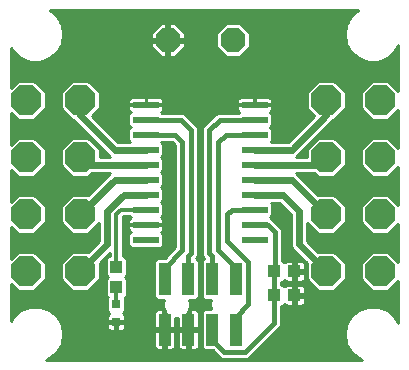
<source format=gtl>
G75*
%MOIN*%
%OFA0B0*%
%FSLAX25Y25*%
%IPPOS*%
%LPD*%
%AMOC8*
5,1,8,0,0,1.08239X$1,22.5*
%
%ADD10R,0.08661X0.02362*%
%ADD11R,0.04331X0.03937*%
%ADD12OC8,0.10000*%
%ADD13R,0.03150X0.03150*%
%ADD14R,0.03937X0.04331*%
%ADD15R,0.03937X0.10827*%
%ADD16OC8,0.08268*%
%ADD17C,0.01000*%
%ADD18C,0.03600*%
%ADD19C,0.01600*%
%ADD20C,0.02400*%
%ADD21C,0.01200*%
D10*
X0049140Y0043750D03*
X0049140Y0048750D03*
X0049140Y0053750D03*
X0049140Y0058750D03*
X0049140Y0063750D03*
X0049140Y0068750D03*
X0049140Y0073750D03*
X0049140Y0078750D03*
X0049140Y0083750D03*
X0049140Y0088750D03*
X0085360Y0088750D03*
X0085360Y0083750D03*
X0085360Y0078750D03*
X0085360Y0073750D03*
X0085360Y0068750D03*
X0085360Y0063750D03*
X0085360Y0058750D03*
X0085360Y0053750D03*
X0085360Y0048750D03*
X0085360Y0043750D03*
D11*
X0091904Y0033250D03*
X0098596Y0033250D03*
X0098596Y0025250D03*
X0091904Y0025250D03*
D12*
X0109250Y0033250D03*
X0127250Y0033250D03*
X0127250Y0052250D03*
X0109250Y0052250D03*
X0109250Y0071250D03*
X0127250Y0071250D03*
X0127250Y0090250D03*
X0109250Y0090250D03*
X0027250Y0090250D03*
X0009250Y0090250D03*
X0009250Y0071250D03*
X0027250Y0071250D03*
X0027250Y0052250D03*
X0009250Y0052250D03*
X0009250Y0033250D03*
X0027250Y0033250D03*
D13*
X0039250Y0022203D03*
X0039250Y0016297D03*
D14*
X0039250Y0027904D03*
X0039250Y0034596D03*
D15*
X0055439Y0030715D03*
X0063313Y0030715D03*
X0071187Y0030715D03*
X0079061Y0030715D03*
X0079061Y0013785D03*
X0071187Y0013785D03*
X0063313Y0013785D03*
X0055439Y0013785D03*
D16*
X0056423Y0110250D03*
X0078077Y0110250D03*
D17*
X0016921Y0004160D02*
X0015795Y0003750D01*
X0121205Y0003750D01*
X0120079Y0004160D01*
X0120079Y0004160D01*
X0117594Y0006245D01*
X0117594Y0006245D01*
X0115971Y0009055D01*
X0115971Y0009055D01*
X0115408Y0012250D01*
X0115408Y0012250D01*
X0115971Y0015445D01*
X0115971Y0015445D01*
X0117594Y0018255D01*
X0117594Y0018255D01*
X0120079Y0020340D01*
X0120079Y0020340D01*
X0123128Y0021450D01*
X0126372Y0021450D01*
X0129421Y0020340D01*
X0129421Y0020340D01*
X0131906Y0018255D01*
X0131906Y0018255D01*
X0133250Y0015928D01*
X0133250Y0030058D01*
X0129942Y0026750D01*
X0124558Y0026750D01*
X0120750Y0030558D01*
X0120750Y0035942D01*
X0124558Y0039750D01*
X0129942Y0039750D01*
X0133250Y0036442D01*
X0133250Y0049058D01*
X0129942Y0045750D01*
X0124558Y0045750D01*
X0120750Y0049558D01*
X0120750Y0054942D01*
X0124558Y0058750D01*
X0129942Y0058750D01*
X0133250Y0055442D01*
X0133250Y0068058D01*
X0129942Y0064750D01*
X0124558Y0064750D01*
X0120750Y0068558D01*
X0120750Y0073942D01*
X0124558Y0077750D01*
X0129942Y0077750D01*
X0133250Y0074442D01*
X0133250Y0087058D01*
X0129942Y0083750D01*
X0124558Y0083750D01*
X0120750Y0087558D01*
X0120750Y0092942D01*
X0124558Y0096750D01*
X0129942Y0096750D01*
X0133250Y0093442D01*
X0133250Y0108572D01*
X0131906Y0106245D01*
X0131906Y0106245D01*
X0129421Y0104160D01*
X0129421Y0104160D01*
X0126372Y0103050D01*
X0125537Y0103050D01*
X0123128Y0103050D01*
X0120079Y0104160D01*
X0120079Y0104160D01*
X0117594Y0106245D01*
X0117594Y0106245D01*
X0115971Y0109055D01*
X0115971Y0109055D01*
X0115408Y0112250D01*
X0115408Y0112250D01*
X0115971Y0115445D01*
X0115971Y0115445D01*
X0117594Y0118255D01*
X0117594Y0118255D01*
X0119971Y0120250D01*
X0017029Y0120250D01*
X0019406Y0118255D01*
X0019406Y0118255D01*
X0021029Y0115445D01*
X0021029Y0115445D01*
X0021592Y0112250D01*
X0021592Y0112250D01*
X0021029Y0109055D01*
X0021029Y0109055D01*
X0019406Y0106245D01*
X0019406Y0106245D01*
X0016921Y0104160D01*
X0016921Y0104160D01*
X0013872Y0103050D01*
X0010628Y0103050D01*
X0007579Y0104160D01*
X0007579Y0104160D01*
X0005094Y0106245D01*
X0004250Y0107706D01*
X0004250Y0094442D01*
X0006558Y0096750D01*
X0011942Y0096750D01*
X0015750Y0092942D01*
X0015750Y0087558D01*
X0011942Y0083750D01*
X0006558Y0083750D01*
X0004250Y0086058D01*
X0004250Y0075442D01*
X0006558Y0077750D01*
X0011942Y0077750D01*
X0015750Y0073942D01*
X0015750Y0068558D01*
X0011942Y0064750D01*
X0006558Y0064750D01*
X0004250Y0067058D01*
X0004250Y0056442D01*
X0006558Y0058750D01*
X0011942Y0058750D01*
X0015750Y0054942D01*
X0015750Y0049558D01*
X0011942Y0045750D01*
X0006558Y0045750D01*
X0004250Y0048058D01*
X0004250Y0037442D01*
X0006558Y0039750D01*
X0011942Y0039750D01*
X0015750Y0035942D01*
X0015750Y0030558D01*
X0011942Y0026750D01*
X0006558Y0026750D01*
X0004250Y0029058D01*
X0004250Y0016794D01*
X0005094Y0018255D01*
X0005094Y0018255D01*
X0007579Y0020340D01*
X0007579Y0020340D01*
X0010628Y0021450D01*
X0013872Y0021450D01*
X0016921Y0020340D01*
X0016921Y0020340D01*
X0019406Y0018255D01*
X0019406Y0018255D01*
X0021029Y0015445D01*
X0021029Y0015445D01*
X0021592Y0012250D01*
X0021592Y0012250D01*
X0021029Y0009055D01*
X0021029Y0009055D01*
X0019406Y0006245D01*
X0019406Y0006245D01*
X0016921Y0004160D01*
X0016921Y0004160D01*
X0017023Y0004246D02*
X0074002Y0004246D01*
X0074297Y0003950D02*
X0083203Y0003950D01*
X0092856Y0013604D01*
X0094204Y0014951D01*
X0094204Y0021781D01*
X0094690Y0021781D01*
X0095250Y0022341D01*
X0095510Y0022081D01*
X0095852Y0021884D01*
X0096234Y0021781D01*
X0098112Y0021781D01*
X0098112Y0024766D01*
X0099081Y0024766D01*
X0099081Y0025734D01*
X0102262Y0025734D01*
X0102262Y0027416D01*
X0102160Y0027797D01*
X0101962Y0028140D01*
X0101683Y0028419D01*
X0101341Y0028616D01*
X0100959Y0028718D01*
X0099081Y0028718D01*
X0099081Y0025734D01*
X0098112Y0025734D01*
X0098112Y0028718D01*
X0096234Y0028718D01*
X0095852Y0028616D01*
X0095510Y0028419D01*
X0095250Y0028159D01*
X0094690Y0028718D01*
X0094204Y0028718D01*
X0094204Y0029781D01*
X0094690Y0029781D01*
X0095250Y0030341D01*
X0095510Y0030081D01*
X0095852Y0029884D01*
X0096234Y0029781D01*
X0098112Y0029781D01*
X0098112Y0032766D01*
X0099081Y0032766D01*
X0099081Y0033734D01*
X0102262Y0033734D01*
X0102262Y0035416D01*
X0102160Y0035797D01*
X0101962Y0036140D01*
X0101683Y0036419D01*
X0101341Y0036616D01*
X0100959Y0036718D01*
X0099081Y0036718D01*
X0099081Y0033734D01*
X0098112Y0033734D01*
X0098112Y0036718D01*
X0096234Y0036718D01*
X0095852Y0036616D01*
X0095510Y0036419D01*
X0095250Y0036159D01*
X0094690Y0036718D01*
X0094550Y0036718D01*
X0094550Y0047203D01*
X0093203Y0048550D01*
X0090703Y0051050D01*
X0090693Y0051050D01*
X0090493Y0051250D01*
X0091191Y0051948D01*
X0091191Y0055552D01*
X0090693Y0056050D01*
X0093632Y0056050D01*
X0097550Y0052132D01*
X0097550Y0041713D01*
X0097961Y0040721D01*
X0102750Y0035932D01*
X0102750Y0030558D01*
X0106558Y0026750D01*
X0111942Y0026750D01*
X0115750Y0030558D01*
X0115750Y0035942D01*
X0111942Y0039750D01*
X0106568Y0039750D01*
X0102950Y0043368D01*
X0102950Y0049358D01*
X0106558Y0045750D01*
X0111942Y0045750D01*
X0115750Y0049558D01*
X0115750Y0054942D01*
X0111942Y0058750D01*
X0106568Y0058750D01*
X0099279Y0066039D01*
X0099253Y0066050D01*
X0105258Y0066050D01*
X0106558Y0064750D01*
X0111942Y0064750D01*
X0115750Y0068558D01*
X0115750Y0073942D01*
X0111942Y0077750D01*
X0106558Y0077750D01*
X0102750Y0073942D01*
X0102750Y0071450D01*
X0099253Y0071450D01*
X0099279Y0071461D01*
X0110779Y0082961D01*
X0111539Y0083721D01*
X0111551Y0083750D01*
X0111942Y0083750D01*
X0115750Y0087558D01*
X0115750Y0092942D01*
X0111942Y0096750D01*
X0106558Y0096750D01*
X0102750Y0092942D01*
X0102750Y0087558D01*
X0105245Y0085063D01*
X0096632Y0076450D01*
X0090693Y0076450D01*
X0091191Y0076948D01*
X0091191Y0080552D01*
X0090493Y0081250D01*
X0091191Y0081948D01*
X0091191Y0085552D01*
X0090462Y0086282D01*
X0090612Y0086369D01*
X0090891Y0086648D01*
X0091089Y0086990D01*
X0091191Y0087371D01*
X0091191Y0088659D01*
X0085451Y0088659D01*
X0085451Y0088841D01*
X0085270Y0088841D01*
X0085270Y0091431D01*
X0080832Y0091431D01*
X0080451Y0091329D01*
X0080109Y0091131D01*
X0079829Y0090852D01*
X0079632Y0090510D01*
X0079530Y0090129D01*
X0079530Y0088841D01*
X0085270Y0088841D01*
X0085270Y0088659D01*
X0079530Y0088659D01*
X0079530Y0087371D01*
X0079632Y0086990D01*
X0079829Y0086648D01*
X0080109Y0086369D01*
X0080259Y0086282D01*
X0080027Y0086050D01*
X0072797Y0086050D01*
X0069297Y0082550D01*
X0067950Y0081203D01*
X0067950Y0038297D01*
X0068619Y0037628D01*
X0068597Y0037628D01*
X0067719Y0036749D01*
X0067719Y0024680D01*
X0068597Y0023801D01*
X0070930Y0023801D01*
X0070656Y0023139D01*
X0070656Y0021361D01*
X0070930Y0020699D01*
X0068597Y0020699D01*
X0067719Y0019820D01*
X0067719Y0007751D01*
X0068597Y0006872D01*
X0071375Y0006872D01*
X0072950Y0005297D01*
X0074297Y0003950D01*
X0073003Y0005244D02*
X0018213Y0005244D01*
X0019403Y0006243D02*
X0072005Y0006243D01*
X0068228Y0007241D02*
X0066272Y0007241D01*
X0066203Y0007172D02*
X0066482Y0007451D01*
X0066679Y0007793D01*
X0066781Y0008175D01*
X0066781Y0013301D01*
X0063797Y0013301D01*
X0063797Y0006872D01*
X0065479Y0006872D01*
X0065860Y0006974D01*
X0066203Y0007172D01*
X0066781Y0008240D02*
X0067719Y0008240D01*
X0067719Y0009238D02*
X0066781Y0009238D01*
X0066781Y0010237D02*
X0067719Y0010237D01*
X0067719Y0011235D02*
X0066781Y0011235D01*
X0066781Y0012234D02*
X0067719Y0012234D01*
X0067719Y0013232D02*
X0066781Y0013232D01*
X0066781Y0014270D02*
X0066781Y0019396D01*
X0066679Y0019778D01*
X0066482Y0020120D01*
X0066203Y0020399D01*
X0065860Y0020597D01*
X0065479Y0020699D01*
X0063797Y0020699D01*
X0063797Y0014270D01*
X0062829Y0014270D01*
X0062829Y0019383D01*
X0063164Y0019719D01*
X0063844Y0021361D01*
X0063844Y0023139D01*
X0063570Y0023801D01*
X0065903Y0023801D01*
X0066781Y0024680D01*
X0066781Y0036749D01*
X0065903Y0037628D01*
X0065881Y0037628D01*
X0066550Y0038297D01*
X0066550Y0081203D01*
X0065203Y0082550D01*
X0061703Y0086050D01*
X0054473Y0086050D01*
X0054241Y0086282D01*
X0054391Y0086369D01*
X0054671Y0086648D01*
X0054868Y0086990D01*
X0054970Y0087371D01*
X0054970Y0088659D01*
X0049230Y0088659D01*
X0049230Y0088841D01*
X0049049Y0088841D01*
X0049049Y0091431D01*
X0044612Y0091431D01*
X0044230Y0091329D01*
X0043888Y0091131D01*
X0043609Y0090852D01*
X0043411Y0090510D01*
X0043309Y0090129D01*
X0043309Y0088841D01*
X0049049Y0088841D01*
X0049049Y0088659D01*
X0043309Y0088659D01*
X0043309Y0087371D01*
X0043411Y0086990D01*
X0043609Y0086648D01*
X0043888Y0086369D01*
X0044038Y0086282D01*
X0043309Y0085552D01*
X0043309Y0081948D01*
X0044007Y0081250D01*
X0043309Y0080552D01*
X0043309Y0076948D01*
X0043807Y0076450D01*
X0039868Y0076450D01*
X0031255Y0085063D01*
X0033750Y0087558D01*
X0033750Y0092942D01*
X0029942Y0096750D01*
X0024558Y0096750D01*
X0020750Y0092942D01*
X0020750Y0087558D01*
X0024558Y0083750D01*
X0024949Y0083750D01*
X0024961Y0083721D01*
X0037221Y0071461D01*
X0037247Y0071450D01*
X0033750Y0071450D01*
X0033750Y0073942D01*
X0029942Y0077750D01*
X0024558Y0077750D01*
X0020750Y0073942D01*
X0020750Y0068558D01*
X0024558Y0064750D01*
X0029942Y0064750D01*
X0031242Y0066050D01*
X0037247Y0066050D01*
X0037221Y0066039D01*
X0029932Y0058750D01*
X0024558Y0058750D01*
X0020750Y0054942D01*
X0020750Y0049558D01*
X0024558Y0045750D01*
X0029942Y0045750D01*
X0033550Y0049358D01*
X0033550Y0043368D01*
X0029932Y0039750D01*
X0024558Y0039750D01*
X0020750Y0035942D01*
X0020750Y0030558D01*
X0024558Y0026750D01*
X0029942Y0026750D01*
X0033750Y0030558D01*
X0033750Y0035932D01*
X0037150Y0039332D01*
X0037150Y0038262D01*
X0036660Y0038262D01*
X0035781Y0037383D01*
X0035781Y0031810D01*
X0036341Y0031250D01*
X0035781Y0030690D01*
X0035781Y0025117D01*
X0036337Y0024561D01*
X0036175Y0024399D01*
X0036175Y0020007D01*
X0036979Y0019202D01*
X0036754Y0019072D01*
X0036475Y0018793D01*
X0036277Y0018451D01*
X0036175Y0018070D01*
X0036175Y0016585D01*
X0038963Y0016585D01*
X0038963Y0016010D01*
X0039537Y0016010D01*
X0039537Y0013222D01*
X0041022Y0013222D01*
X0041404Y0013325D01*
X0041746Y0013522D01*
X0042025Y0013801D01*
X0042223Y0014143D01*
X0042325Y0014525D01*
X0042325Y0016010D01*
X0039537Y0016010D01*
X0039537Y0016585D01*
X0042325Y0016585D01*
X0042325Y0018070D01*
X0042223Y0018451D01*
X0042025Y0018793D01*
X0041746Y0019072D01*
X0041521Y0019202D01*
X0042325Y0020007D01*
X0042325Y0024399D01*
X0042163Y0024561D01*
X0042718Y0025117D01*
X0042718Y0030690D01*
X0042159Y0031250D01*
X0042718Y0031810D01*
X0042718Y0037383D01*
X0041840Y0038262D01*
X0041350Y0038262D01*
X0041350Y0051380D01*
X0041620Y0051650D01*
X0043607Y0051650D01*
X0044038Y0051218D01*
X0043888Y0051131D01*
X0043609Y0050852D01*
X0043411Y0050510D01*
X0043309Y0050129D01*
X0043309Y0048841D01*
X0049049Y0048841D01*
X0049049Y0048659D01*
X0043309Y0048659D01*
X0043309Y0047371D01*
X0043411Y0046990D01*
X0043609Y0046648D01*
X0043888Y0046369D01*
X0044038Y0046282D01*
X0043309Y0045552D01*
X0043309Y0041948D01*
X0044188Y0041069D01*
X0054092Y0041069D01*
X0054970Y0041948D01*
X0054970Y0045552D01*
X0054241Y0046282D01*
X0054391Y0046369D01*
X0054671Y0046648D01*
X0054868Y0046990D01*
X0054970Y0047371D01*
X0054970Y0048659D01*
X0049230Y0048659D01*
X0049230Y0048841D01*
X0054970Y0048841D01*
X0054970Y0050129D01*
X0054868Y0050510D01*
X0054671Y0050852D01*
X0054391Y0051131D01*
X0054241Y0051218D01*
X0054970Y0051948D01*
X0054970Y0055552D01*
X0054273Y0056250D01*
X0054970Y0056948D01*
X0054970Y0060552D01*
X0054273Y0061250D01*
X0054970Y0061948D01*
X0054970Y0065552D01*
X0054273Y0066250D01*
X0054970Y0066948D01*
X0054970Y0070552D01*
X0054273Y0071250D01*
X0054970Y0071948D01*
X0054970Y0075552D01*
X0054273Y0076250D01*
X0054473Y0076450D01*
X0057797Y0076450D01*
X0058950Y0075297D01*
X0058950Y0041203D01*
X0055375Y0037628D01*
X0052849Y0037628D01*
X0051970Y0036749D01*
X0051970Y0024680D01*
X0052849Y0023801D01*
X0055182Y0023801D01*
X0054907Y0023139D01*
X0054907Y0021361D01*
X0055588Y0019719D01*
X0055923Y0019383D01*
X0055923Y0014270D01*
X0054955Y0014270D01*
X0054955Y0020699D01*
X0053273Y0020699D01*
X0052891Y0020597D01*
X0052549Y0020399D01*
X0052270Y0020120D01*
X0052073Y0019778D01*
X0051970Y0019396D01*
X0051970Y0014270D01*
X0054955Y0014270D01*
X0054955Y0013301D01*
X0055923Y0013301D01*
X0055923Y0006872D01*
X0057605Y0006872D01*
X0057986Y0006974D01*
X0058328Y0007172D01*
X0058608Y0007451D01*
X0058805Y0007793D01*
X0058907Y0008175D01*
X0058907Y0013301D01*
X0055923Y0013301D01*
X0055923Y0014270D01*
X0058907Y0014270D01*
X0058907Y0017781D01*
X0059844Y0017781D01*
X0059844Y0014270D01*
X0062829Y0014270D01*
X0062829Y0013301D01*
X0063797Y0013301D01*
X0063797Y0014270D01*
X0066781Y0014270D01*
X0067719Y0014231D02*
X0063797Y0014231D01*
X0062829Y0014231D02*
X0055923Y0014231D01*
X0054955Y0014231D02*
X0042246Y0014231D01*
X0042325Y0015229D02*
X0051970Y0015229D01*
X0051970Y0016228D02*
X0039537Y0016228D01*
X0038963Y0016228D02*
X0020577Y0016228D01*
X0021067Y0015229D02*
X0036175Y0015229D01*
X0036175Y0014525D02*
X0036175Y0016010D01*
X0038963Y0016010D01*
X0038963Y0013222D01*
X0037478Y0013222D01*
X0037096Y0013325D01*
X0036754Y0013522D01*
X0036475Y0013801D01*
X0036277Y0014143D01*
X0036175Y0014525D01*
X0036254Y0014231D02*
X0021243Y0014231D01*
X0021419Y0013232D02*
X0037442Y0013232D01*
X0038963Y0013232D02*
X0039537Y0013232D01*
X0039537Y0014231D02*
X0038963Y0014231D01*
X0038963Y0015229D02*
X0039537Y0015229D01*
X0041058Y0013232D02*
X0051970Y0013232D01*
X0051970Y0013301D02*
X0051970Y0008175D01*
X0052073Y0007793D01*
X0052270Y0007451D01*
X0052549Y0007172D01*
X0052891Y0006974D01*
X0053273Y0006872D01*
X0054955Y0006872D01*
X0054955Y0013301D01*
X0051970Y0013301D01*
X0051970Y0012234D02*
X0021589Y0012234D01*
X0021413Y0011235D02*
X0051970Y0011235D01*
X0051970Y0010237D02*
X0021237Y0010237D01*
X0021061Y0009238D02*
X0051970Y0009238D01*
X0051970Y0008240D02*
X0020558Y0008240D01*
X0019981Y0007241D02*
X0052480Y0007241D01*
X0054955Y0007241D02*
X0055923Y0007241D01*
X0055923Y0008240D02*
X0054955Y0008240D01*
X0054955Y0009238D02*
X0055923Y0009238D01*
X0055923Y0010237D02*
X0054955Y0010237D01*
X0054955Y0011235D02*
X0055923Y0011235D01*
X0055923Y0012234D02*
X0054955Y0012234D01*
X0054955Y0013232D02*
X0055923Y0013232D01*
X0055923Y0015229D02*
X0054955Y0015229D01*
X0054955Y0016228D02*
X0055923Y0016228D01*
X0055923Y0017226D02*
X0054955Y0017226D01*
X0054955Y0018225D02*
X0055923Y0018225D01*
X0055923Y0019223D02*
X0054955Y0019223D01*
X0054955Y0020222D02*
X0055379Y0020222D01*
X0054966Y0021220D02*
X0042325Y0021220D01*
X0042325Y0020222D02*
X0052372Y0020222D01*
X0051970Y0019223D02*
X0041541Y0019223D01*
X0042283Y0018225D02*
X0051970Y0018225D01*
X0051970Y0017226D02*
X0042325Y0017226D01*
X0042325Y0022219D02*
X0054907Y0022219D01*
X0054940Y0023217D02*
X0042325Y0023217D01*
X0042325Y0024216D02*
X0052435Y0024216D01*
X0051970Y0025214D02*
X0042718Y0025214D01*
X0042718Y0026213D02*
X0051970Y0026213D01*
X0051970Y0027211D02*
X0042718Y0027211D01*
X0042718Y0028210D02*
X0051970Y0028210D01*
X0051970Y0029208D02*
X0042718Y0029208D01*
X0042718Y0030207D02*
X0051970Y0030207D01*
X0051970Y0031205D02*
X0042203Y0031205D01*
X0042718Y0032204D02*
X0051970Y0032204D01*
X0051970Y0033202D02*
X0042718Y0033202D01*
X0042718Y0034201D02*
X0051970Y0034201D01*
X0051970Y0035199D02*
X0042718Y0035199D01*
X0042718Y0036198D02*
X0051970Y0036198D01*
X0052418Y0037196D02*
X0042718Y0037196D01*
X0041907Y0038195D02*
X0055942Y0038195D01*
X0056941Y0039193D02*
X0041350Y0039193D01*
X0041350Y0040192D02*
X0057939Y0040192D01*
X0058938Y0041190D02*
X0054213Y0041190D01*
X0054970Y0042189D02*
X0058950Y0042189D01*
X0058950Y0043187D02*
X0054970Y0043187D01*
X0054970Y0044186D02*
X0058950Y0044186D01*
X0058950Y0045184D02*
X0054970Y0045184D01*
X0054340Y0046183D02*
X0058950Y0046183D01*
X0058950Y0047182D02*
X0054920Y0047182D01*
X0054970Y0048180D02*
X0058950Y0048180D01*
X0058950Y0049179D02*
X0054970Y0049179D01*
X0054957Y0050177D02*
X0058950Y0050177D01*
X0058950Y0051176D02*
X0054315Y0051176D01*
X0054970Y0052174D02*
X0058950Y0052174D01*
X0058950Y0053173D02*
X0054970Y0053173D01*
X0054970Y0054171D02*
X0058950Y0054171D01*
X0058950Y0055170D02*
X0054970Y0055170D01*
X0054355Y0056168D02*
X0058950Y0056168D01*
X0058950Y0057167D02*
X0054970Y0057167D01*
X0054970Y0058165D02*
X0058950Y0058165D01*
X0058950Y0059164D02*
X0054970Y0059164D01*
X0054970Y0060162D02*
X0058950Y0060162D01*
X0058950Y0061161D02*
X0054362Y0061161D01*
X0054970Y0062159D02*
X0058950Y0062159D01*
X0058950Y0063158D02*
X0054970Y0063158D01*
X0054970Y0064156D02*
X0058950Y0064156D01*
X0058950Y0065155D02*
X0054970Y0065155D01*
X0054370Y0066153D02*
X0058950Y0066153D01*
X0058950Y0067152D02*
X0054970Y0067152D01*
X0054970Y0068150D02*
X0058950Y0068150D01*
X0058950Y0069149D02*
X0054970Y0069149D01*
X0054970Y0070147D02*
X0058950Y0070147D01*
X0058950Y0071146D02*
X0054377Y0071146D01*
X0054970Y0072144D02*
X0058950Y0072144D01*
X0058950Y0073143D02*
X0054970Y0073143D01*
X0054970Y0074141D02*
X0058950Y0074141D01*
X0058950Y0075140D02*
X0054970Y0075140D01*
X0054385Y0076138D02*
X0058109Y0076138D01*
X0064625Y0083128D02*
X0069875Y0083128D01*
X0068877Y0082129D02*
X0065623Y0082129D01*
X0066550Y0081131D02*
X0067950Y0081131D01*
X0067950Y0080132D02*
X0066550Y0080132D01*
X0066550Y0079134D02*
X0067950Y0079134D01*
X0067950Y0078135D02*
X0066550Y0078135D01*
X0066550Y0077137D02*
X0067950Y0077137D01*
X0067950Y0076138D02*
X0066550Y0076138D01*
X0066550Y0075140D02*
X0067950Y0075140D01*
X0067950Y0074141D02*
X0066550Y0074141D01*
X0066550Y0073143D02*
X0067950Y0073143D01*
X0067950Y0072144D02*
X0066550Y0072144D01*
X0066550Y0071146D02*
X0067950Y0071146D01*
X0067950Y0070147D02*
X0066550Y0070147D01*
X0066550Y0069149D02*
X0067950Y0069149D01*
X0067950Y0068150D02*
X0066550Y0068150D01*
X0066550Y0067152D02*
X0067950Y0067152D01*
X0067950Y0066153D02*
X0066550Y0066153D01*
X0066550Y0065155D02*
X0067950Y0065155D01*
X0067950Y0064156D02*
X0066550Y0064156D01*
X0066550Y0063158D02*
X0067950Y0063158D01*
X0067950Y0062159D02*
X0066550Y0062159D01*
X0066550Y0061161D02*
X0067950Y0061161D01*
X0067950Y0060162D02*
X0066550Y0060162D01*
X0066550Y0059164D02*
X0067950Y0059164D01*
X0067950Y0058165D02*
X0066550Y0058165D01*
X0066550Y0057167D02*
X0067950Y0057167D01*
X0067950Y0056168D02*
X0066550Y0056168D01*
X0066550Y0055170D02*
X0067950Y0055170D01*
X0067950Y0054171D02*
X0066550Y0054171D01*
X0066550Y0053173D02*
X0067950Y0053173D01*
X0067950Y0052174D02*
X0066550Y0052174D01*
X0066550Y0051176D02*
X0067950Y0051176D01*
X0067950Y0050177D02*
X0066550Y0050177D01*
X0066550Y0049179D02*
X0067950Y0049179D01*
X0067950Y0048180D02*
X0066550Y0048180D01*
X0066550Y0047182D02*
X0067950Y0047182D01*
X0067950Y0046183D02*
X0066550Y0046183D01*
X0066550Y0045184D02*
X0067950Y0045184D01*
X0067950Y0044186D02*
X0066550Y0044186D01*
X0066550Y0043187D02*
X0067950Y0043187D01*
X0067950Y0042189D02*
X0066550Y0042189D01*
X0066550Y0041190D02*
X0067950Y0041190D01*
X0067950Y0040192D02*
X0066550Y0040192D01*
X0066550Y0039193D02*
X0067950Y0039193D01*
X0068052Y0038195D02*
X0066448Y0038195D01*
X0066334Y0037196D02*
X0068166Y0037196D01*
X0067719Y0036198D02*
X0066781Y0036198D01*
X0066781Y0035199D02*
X0067719Y0035199D01*
X0067719Y0034201D02*
X0066781Y0034201D01*
X0066781Y0033202D02*
X0067719Y0033202D01*
X0067719Y0032204D02*
X0066781Y0032204D01*
X0066781Y0031205D02*
X0067719Y0031205D01*
X0067719Y0030207D02*
X0066781Y0030207D01*
X0066781Y0029208D02*
X0067719Y0029208D01*
X0067719Y0028210D02*
X0066781Y0028210D01*
X0066781Y0027211D02*
X0067719Y0027211D01*
X0067719Y0026213D02*
X0066781Y0026213D01*
X0066781Y0025214D02*
X0067719Y0025214D01*
X0068183Y0024216D02*
X0066317Y0024216D01*
X0063812Y0023217D02*
X0070688Y0023217D01*
X0070656Y0022219D02*
X0063844Y0022219D01*
X0063786Y0021220D02*
X0070714Y0021220D01*
X0068120Y0020222D02*
X0066380Y0020222D01*
X0066781Y0019223D02*
X0067719Y0019223D01*
X0067719Y0018225D02*
X0066781Y0018225D01*
X0066781Y0017226D02*
X0067719Y0017226D01*
X0067719Y0016228D02*
X0066781Y0016228D01*
X0066781Y0015229D02*
X0067719Y0015229D01*
X0063797Y0015229D02*
X0062829Y0015229D01*
X0062829Y0016228D02*
X0063797Y0016228D01*
X0063797Y0017226D02*
X0062829Y0017226D01*
X0062829Y0018225D02*
X0063797Y0018225D01*
X0063797Y0019223D02*
X0062829Y0019223D01*
X0063373Y0020222D02*
X0063797Y0020222D01*
X0059844Y0017226D02*
X0058907Y0017226D01*
X0058907Y0016228D02*
X0059844Y0016228D01*
X0059844Y0015229D02*
X0058907Y0015229D01*
X0058907Y0013232D02*
X0059844Y0013232D01*
X0059844Y0013301D02*
X0059844Y0008175D01*
X0059947Y0007793D01*
X0060144Y0007451D01*
X0060423Y0007172D01*
X0060766Y0006974D01*
X0061147Y0006872D01*
X0062829Y0006872D01*
X0062829Y0013301D01*
X0059844Y0013301D01*
X0059844Y0012234D02*
X0058907Y0012234D01*
X0058907Y0011235D02*
X0059844Y0011235D01*
X0059844Y0010237D02*
X0058907Y0010237D01*
X0058907Y0009238D02*
X0059844Y0009238D01*
X0059844Y0008240D02*
X0058907Y0008240D01*
X0058398Y0007241D02*
X0060354Y0007241D01*
X0062829Y0007241D02*
X0063797Y0007241D01*
X0063797Y0008240D02*
X0062829Y0008240D01*
X0062829Y0009238D02*
X0063797Y0009238D01*
X0063797Y0010237D02*
X0062829Y0010237D01*
X0062829Y0011235D02*
X0063797Y0011235D01*
X0063797Y0012234D02*
X0062829Y0012234D01*
X0062829Y0013232D02*
X0063797Y0013232D01*
X0083498Y0004246D02*
X0119977Y0004246D01*
X0118787Y0005244D02*
X0084497Y0005244D01*
X0085495Y0006243D02*
X0117597Y0006243D01*
X0117019Y0007241D02*
X0086494Y0007241D01*
X0087492Y0008240D02*
X0116442Y0008240D01*
X0115939Y0009238D02*
X0088491Y0009238D01*
X0089489Y0010237D02*
X0115763Y0010237D01*
X0115587Y0011235D02*
X0090488Y0011235D01*
X0091486Y0012234D02*
X0115411Y0012234D01*
X0115581Y0013232D02*
X0092485Y0013232D01*
X0093483Y0014231D02*
X0115757Y0014231D01*
X0115933Y0015229D02*
X0094204Y0015229D01*
X0094204Y0016228D02*
X0116423Y0016228D01*
X0117000Y0017226D02*
X0094204Y0017226D01*
X0094204Y0018225D02*
X0117576Y0018225D01*
X0117594Y0018255D02*
X0117594Y0018255D01*
X0118748Y0019223D02*
X0094204Y0019223D01*
X0094204Y0020222D02*
X0119938Y0020222D01*
X0122497Y0021220D02*
X0094204Y0021220D01*
X0095127Y0022219D02*
X0095373Y0022219D01*
X0098112Y0022219D02*
X0099081Y0022219D01*
X0099081Y0021781D02*
X0100959Y0021781D01*
X0101341Y0021884D01*
X0101683Y0022081D01*
X0101962Y0022360D01*
X0102160Y0022703D01*
X0102262Y0023084D01*
X0102262Y0024766D01*
X0099081Y0024766D01*
X0099081Y0021781D01*
X0099081Y0023217D02*
X0098112Y0023217D01*
X0098112Y0024216D02*
X0099081Y0024216D01*
X0099081Y0025214D02*
X0133250Y0025214D01*
X0133250Y0024216D02*
X0102262Y0024216D01*
X0102262Y0023217D02*
X0133250Y0023217D01*
X0133250Y0022219D02*
X0101820Y0022219D01*
X0102262Y0026213D02*
X0133250Y0026213D01*
X0133250Y0027211D02*
X0130404Y0027211D01*
X0131402Y0028210D02*
X0133250Y0028210D01*
X0133250Y0029208D02*
X0132401Y0029208D01*
X0132496Y0037196D02*
X0133250Y0037196D01*
X0133250Y0038195D02*
X0131497Y0038195D01*
X0130499Y0039193D02*
X0133250Y0039193D01*
X0133250Y0040192D02*
X0106126Y0040192D01*
X0105128Y0041190D02*
X0133250Y0041190D01*
X0133250Y0042189D02*
X0104129Y0042189D01*
X0103131Y0043187D02*
X0133250Y0043187D01*
X0133250Y0044186D02*
X0102950Y0044186D01*
X0102950Y0045184D02*
X0133250Y0045184D01*
X0133250Y0046183D02*
X0130375Y0046183D01*
X0131374Y0047182D02*
X0133250Y0047182D01*
X0133250Y0048180D02*
X0132372Y0048180D01*
X0124125Y0046183D02*
X0112375Y0046183D01*
X0113374Y0047182D02*
X0123126Y0047182D01*
X0122128Y0048180D02*
X0114372Y0048180D01*
X0115371Y0049179D02*
X0121129Y0049179D01*
X0120750Y0050177D02*
X0115750Y0050177D01*
X0115750Y0051176D02*
X0120750Y0051176D01*
X0120750Y0052174D02*
X0115750Y0052174D01*
X0115750Y0053173D02*
X0120750Y0053173D01*
X0120750Y0054171D02*
X0115750Y0054171D01*
X0115523Y0055170D02*
X0120977Y0055170D01*
X0121976Y0056168D02*
X0114524Y0056168D01*
X0113526Y0057167D02*
X0122974Y0057167D01*
X0123973Y0058165D02*
X0112527Y0058165D01*
X0106155Y0059164D02*
X0133250Y0059164D01*
X0133250Y0060162D02*
X0105156Y0060162D01*
X0104158Y0061161D02*
X0133250Y0061161D01*
X0133250Y0062159D02*
X0103159Y0062159D01*
X0102161Y0063158D02*
X0133250Y0063158D01*
X0133250Y0064156D02*
X0101162Y0064156D01*
X0100164Y0065155D02*
X0106153Y0065155D01*
X0112347Y0065155D02*
X0124153Y0065155D01*
X0123154Y0066153D02*
X0113346Y0066153D01*
X0114344Y0067152D02*
X0122156Y0067152D01*
X0121157Y0068150D02*
X0115343Y0068150D01*
X0115750Y0069149D02*
X0120750Y0069149D01*
X0120750Y0070147D02*
X0115750Y0070147D01*
X0115750Y0071146D02*
X0120750Y0071146D01*
X0120750Y0072144D02*
X0115750Y0072144D01*
X0115750Y0073143D02*
X0120750Y0073143D01*
X0120949Y0074141D02*
X0115551Y0074141D01*
X0114553Y0075140D02*
X0121947Y0075140D01*
X0122946Y0076138D02*
X0113554Y0076138D01*
X0112555Y0077137D02*
X0123944Y0077137D01*
X0130555Y0077137D02*
X0133250Y0077137D01*
X0133250Y0078135D02*
X0105954Y0078135D01*
X0105944Y0077137D02*
X0104955Y0077137D01*
X0104946Y0076138D02*
X0103957Y0076138D01*
X0103947Y0075140D02*
X0102958Y0075140D01*
X0102949Y0074141D02*
X0101960Y0074141D01*
X0102750Y0073143D02*
X0100961Y0073143D01*
X0099963Y0072144D02*
X0102750Y0072144D01*
X0097319Y0077137D02*
X0091191Y0077137D01*
X0091191Y0078135D02*
X0098317Y0078135D01*
X0099316Y0079134D02*
X0091191Y0079134D01*
X0091191Y0080132D02*
X0100314Y0080132D01*
X0101313Y0081131D02*
X0090612Y0081131D01*
X0091191Y0082129D02*
X0102311Y0082129D01*
X0103310Y0083128D02*
X0091191Y0083128D01*
X0091191Y0084126D02*
X0104308Y0084126D01*
X0105183Y0085125D02*
X0091191Y0085125D01*
X0090620Y0086123D02*
X0104184Y0086123D01*
X0103186Y0087122D02*
X0091124Y0087122D01*
X0091191Y0088120D02*
X0102750Y0088120D01*
X0102750Y0089119D02*
X0091191Y0089119D01*
X0091191Y0088841D02*
X0091191Y0090129D01*
X0091089Y0090510D01*
X0090891Y0090852D01*
X0090612Y0091131D01*
X0090270Y0091329D01*
X0089888Y0091431D01*
X0085451Y0091431D01*
X0085451Y0088841D01*
X0091191Y0088841D01*
X0091191Y0090118D02*
X0102750Y0090118D01*
X0102750Y0091116D02*
X0090627Y0091116D01*
X0085451Y0091116D02*
X0085270Y0091116D01*
X0085270Y0090118D02*
X0085451Y0090118D01*
X0085451Y0089119D02*
X0085270Y0089119D01*
X0080093Y0091116D02*
X0054407Y0091116D01*
X0054391Y0091131D02*
X0054049Y0091329D01*
X0053668Y0091431D01*
X0049230Y0091431D01*
X0049230Y0088841D01*
X0054970Y0088841D01*
X0054970Y0090129D01*
X0054868Y0090510D01*
X0054671Y0090852D01*
X0054391Y0091131D01*
X0054970Y0090118D02*
X0079530Y0090118D01*
X0079530Y0089119D02*
X0054970Y0089119D01*
X0054970Y0088120D02*
X0079530Y0088120D01*
X0079596Y0087122D02*
X0054904Y0087122D01*
X0054399Y0086123D02*
X0080101Y0086123D01*
X0071872Y0085125D02*
X0062628Y0085125D01*
X0063626Y0084126D02*
X0070874Y0084126D01*
X0049230Y0089119D02*
X0049049Y0089119D01*
X0049049Y0090118D02*
X0049230Y0090118D01*
X0049230Y0091116D02*
X0049049Y0091116D01*
X0043873Y0091116D02*
X0033750Y0091116D01*
X0033750Y0090118D02*
X0043309Y0090118D01*
X0043309Y0089119D02*
X0033750Y0089119D01*
X0033750Y0088120D02*
X0043309Y0088120D01*
X0043376Y0087122D02*
X0033314Y0087122D01*
X0032316Y0086123D02*
X0043880Y0086123D01*
X0043309Y0085125D02*
X0031317Y0085125D01*
X0032192Y0084126D02*
X0043309Y0084126D01*
X0043309Y0083128D02*
X0033190Y0083128D01*
X0034189Y0082129D02*
X0043309Y0082129D01*
X0043888Y0081131D02*
X0035187Y0081131D01*
X0036186Y0080132D02*
X0043309Y0080132D01*
X0043309Y0079134D02*
X0037184Y0079134D01*
X0038183Y0078135D02*
X0043309Y0078135D01*
X0043309Y0077137D02*
X0039181Y0077137D01*
X0035539Y0073143D02*
X0033750Y0073143D01*
X0033750Y0072144D02*
X0036537Y0072144D01*
X0034540Y0074141D02*
X0033551Y0074141D01*
X0033542Y0075140D02*
X0032553Y0075140D01*
X0032543Y0076138D02*
X0031554Y0076138D01*
X0031545Y0077137D02*
X0030555Y0077137D01*
X0030546Y0078135D02*
X0004250Y0078135D01*
X0004250Y0077137D02*
X0005945Y0077137D01*
X0004946Y0076138D02*
X0004250Y0076138D01*
X0004250Y0079134D02*
X0029548Y0079134D01*
X0028549Y0080132D02*
X0004250Y0080132D01*
X0004250Y0081131D02*
X0027551Y0081131D01*
X0026552Y0082129D02*
X0004250Y0082129D01*
X0004250Y0083128D02*
X0025554Y0083128D01*
X0024181Y0084126D02*
X0012319Y0084126D01*
X0013317Y0085125D02*
X0023183Y0085125D01*
X0022184Y0086123D02*
X0014316Y0086123D01*
X0015314Y0087122D02*
X0021186Y0087122D01*
X0020750Y0088120D02*
X0015750Y0088120D01*
X0015750Y0089119D02*
X0020750Y0089119D01*
X0020750Y0090118D02*
X0015750Y0090118D01*
X0015750Y0091116D02*
X0020750Y0091116D01*
X0020750Y0092115D02*
X0015750Y0092115D01*
X0015579Y0093113D02*
X0020921Y0093113D01*
X0021919Y0094112D02*
X0014581Y0094112D01*
X0013582Y0095110D02*
X0022918Y0095110D01*
X0023916Y0096109D02*
X0012584Y0096109D01*
X0005916Y0096109D02*
X0004250Y0096109D01*
X0004250Y0097107D02*
X0133250Y0097107D01*
X0133250Y0096109D02*
X0130584Y0096109D01*
X0131582Y0095110D02*
X0133250Y0095110D01*
X0133250Y0094112D02*
X0132581Y0094112D01*
X0133250Y0098106D02*
X0004250Y0098106D01*
X0004250Y0099104D02*
X0133250Y0099104D01*
X0133250Y0100103D02*
X0004250Y0100103D01*
X0004250Y0101101D02*
X0133250Y0101101D01*
X0133250Y0102100D02*
X0004250Y0102100D01*
X0004250Y0103098D02*
X0010495Y0103098D01*
X0007752Y0104097D02*
X0004250Y0104097D01*
X0004250Y0105095D02*
X0006464Y0105095D01*
X0005274Y0106094D02*
X0004250Y0106094D01*
X0004250Y0107092D02*
X0004605Y0107092D01*
X0014005Y0103098D02*
X0122995Y0103098D01*
X0120252Y0104097D02*
X0016748Y0104097D01*
X0018036Y0105095D02*
X0053611Y0105095D01*
X0054090Y0104616D02*
X0050789Y0107916D01*
X0050789Y0109750D01*
X0055923Y0109750D01*
X0055923Y0110750D01*
X0050789Y0110750D01*
X0050789Y0112584D01*
X0054090Y0115884D01*
X0055923Y0115884D01*
X0055923Y0110750D01*
X0056923Y0110750D01*
X0056923Y0115884D01*
X0058757Y0115884D01*
X0062057Y0112584D01*
X0062057Y0110750D01*
X0056923Y0110750D01*
X0056923Y0109750D01*
X0056923Y0104616D01*
X0058757Y0104616D01*
X0062057Y0107916D01*
X0062057Y0109750D01*
X0056923Y0109750D01*
X0055923Y0109750D01*
X0055923Y0104616D01*
X0054090Y0104616D01*
X0055923Y0105095D02*
X0056923Y0105095D01*
X0056923Y0106094D02*
X0055923Y0106094D01*
X0055923Y0107092D02*
X0056923Y0107092D01*
X0056923Y0108091D02*
X0055923Y0108091D01*
X0055923Y0109089D02*
X0056923Y0109089D01*
X0056923Y0110088D02*
X0072443Y0110088D01*
X0072443Y0111086D02*
X0062057Y0111086D01*
X0062057Y0112085D02*
X0072443Y0112085D01*
X0072443Y0112584D02*
X0072443Y0107916D01*
X0075743Y0104616D01*
X0080410Y0104616D01*
X0083711Y0107916D01*
X0083711Y0112584D01*
X0080410Y0115884D01*
X0075743Y0115884D01*
X0072443Y0112584D01*
X0072943Y0113083D02*
X0061557Y0113083D01*
X0060559Y0114082D02*
X0073941Y0114082D01*
X0074940Y0115080D02*
X0059560Y0115080D01*
X0056923Y0115080D02*
X0055923Y0115080D01*
X0055923Y0114082D02*
X0056923Y0114082D01*
X0056923Y0113083D02*
X0055923Y0113083D01*
X0055923Y0112085D02*
X0056923Y0112085D01*
X0056923Y0111086D02*
X0055923Y0111086D01*
X0055923Y0110088D02*
X0021211Y0110088D01*
X0021387Y0111086D02*
X0050789Y0111086D01*
X0050789Y0112085D02*
X0021563Y0112085D01*
X0021445Y0113083D02*
X0051289Y0113083D01*
X0052288Y0114082D02*
X0021269Y0114082D01*
X0021093Y0115080D02*
X0053286Y0115080D01*
X0050789Y0109089D02*
X0021035Y0109089D01*
X0020472Y0108091D02*
X0050789Y0108091D01*
X0051614Y0107092D02*
X0019895Y0107092D01*
X0019406Y0106245D02*
X0019406Y0106245D01*
X0019226Y0106094D02*
X0052612Y0106094D01*
X0059236Y0105095D02*
X0075264Y0105095D01*
X0074266Y0106094D02*
X0060234Y0106094D01*
X0061233Y0107092D02*
X0073267Y0107092D01*
X0072443Y0108091D02*
X0062057Y0108091D01*
X0062057Y0109089D02*
X0072443Y0109089D01*
X0080889Y0105095D02*
X0118964Y0105095D01*
X0117774Y0106094D02*
X0081888Y0106094D01*
X0082886Y0107092D02*
X0117105Y0107092D01*
X0116528Y0108091D02*
X0083711Y0108091D01*
X0083711Y0109089D02*
X0115965Y0109089D01*
X0115789Y0110088D02*
X0083711Y0110088D01*
X0083711Y0111086D02*
X0115613Y0111086D01*
X0115437Y0112085D02*
X0083711Y0112085D01*
X0083211Y0113083D02*
X0115555Y0113083D01*
X0115731Y0114082D02*
X0082212Y0114082D01*
X0081214Y0115080D02*
X0115907Y0115080D01*
X0116337Y0116079D02*
X0020663Y0116079D01*
X0020086Y0117077D02*
X0116914Y0117077D01*
X0117490Y0118076D02*
X0019510Y0118076D01*
X0018430Y0119074D02*
X0118570Y0119074D01*
X0117594Y0118255D02*
X0117594Y0118255D01*
X0119760Y0120073D02*
X0017240Y0120073D01*
X0030584Y0096109D02*
X0105916Y0096109D01*
X0104918Y0095110D02*
X0031582Y0095110D01*
X0032581Y0094112D02*
X0103919Y0094112D01*
X0102921Y0093113D02*
X0033579Y0093113D01*
X0033750Y0092115D02*
X0102750Y0092115D01*
X0112319Y0084126D02*
X0124181Y0084126D01*
X0123183Y0085125D02*
X0113317Y0085125D01*
X0114316Y0086123D02*
X0122184Y0086123D01*
X0121186Y0087122D02*
X0115314Y0087122D01*
X0115750Y0088120D02*
X0120750Y0088120D01*
X0120750Y0089119D02*
X0115750Y0089119D01*
X0115750Y0090118D02*
X0120750Y0090118D01*
X0120750Y0091116D02*
X0115750Y0091116D01*
X0115750Y0092115D02*
X0120750Y0092115D01*
X0120921Y0093113D02*
X0115579Y0093113D01*
X0114581Y0094112D02*
X0121919Y0094112D01*
X0122918Y0095110D02*
X0113582Y0095110D01*
X0112584Y0096109D02*
X0123916Y0096109D01*
X0126372Y0103050D02*
X0126372Y0103050D01*
X0126505Y0103098D02*
X0133250Y0103098D01*
X0133250Y0104097D02*
X0129248Y0104097D01*
X0130536Y0105095D02*
X0133250Y0105095D01*
X0133250Y0106094D02*
X0131726Y0106094D01*
X0131906Y0106245D02*
X0131906Y0106245D01*
X0132395Y0107092D02*
X0133250Y0107092D01*
X0133250Y0108091D02*
X0132972Y0108091D01*
X0133250Y0086123D02*
X0132316Y0086123D01*
X0133250Y0085125D02*
X0131317Y0085125D01*
X0130319Y0084126D02*
X0133250Y0084126D01*
X0133250Y0083128D02*
X0110946Y0083128D01*
X0109948Y0082129D02*
X0133250Y0082129D01*
X0133250Y0081131D02*
X0108949Y0081131D01*
X0107951Y0080132D02*
X0133250Y0080132D01*
X0133250Y0079134D02*
X0106952Y0079134D01*
X0130347Y0065155D02*
X0133250Y0065155D01*
X0133250Y0066153D02*
X0131346Y0066153D01*
X0132344Y0067152D02*
X0133250Y0067152D01*
X0133250Y0075140D02*
X0132553Y0075140D01*
X0133250Y0076138D02*
X0131554Y0076138D01*
X0130527Y0058165D02*
X0133250Y0058165D01*
X0133250Y0057167D02*
X0131526Y0057167D01*
X0132524Y0056168D02*
X0133250Y0056168D01*
X0124001Y0039193D02*
X0112499Y0039193D01*
X0113497Y0038195D02*
X0123003Y0038195D01*
X0122004Y0037196D02*
X0114496Y0037196D01*
X0115494Y0036198D02*
X0121006Y0036198D01*
X0120750Y0035199D02*
X0115750Y0035199D01*
X0115750Y0034201D02*
X0120750Y0034201D01*
X0120750Y0033202D02*
X0115750Y0033202D01*
X0115750Y0032204D02*
X0120750Y0032204D01*
X0120750Y0031205D02*
X0115750Y0031205D01*
X0115399Y0030207D02*
X0121101Y0030207D01*
X0122099Y0029208D02*
X0114401Y0029208D01*
X0113402Y0028210D02*
X0123098Y0028210D01*
X0124096Y0027211D02*
X0112404Y0027211D01*
X0106096Y0027211D02*
X0102262Y0027211D01*
X0101892Y0028210D02*
X0105098Y0028210D01*
X0104099Y0029208D02*
X0094204Y0029208D01*
X0095116Y0030207D02*
X0095384Y0030207D01*
X0095301Y0028210D02*
X0095199Y0028210D01*
X0098112Y0028210D02*
X0099081Y0028210D01*
X0099081Y0027211D02*
X0098112Y0027211D01*
X0098112Y0026213D02*
X0099081Y0026213D01*
X0099081Y0029781D02*
X0100959Y0029781D01*
X0101341Y0029884D01*
X0101683Y0030081D01*
X0101962Y0030360D01*
X0102160Y0030703D01*
X0102262Y0031084D01*
X0102262Y0032766D01*
X0099081Y0032766D01*
X0099081Y0029781D01*
X0099081Y0030207D02*
X0098112Y0030207D01*
X0098112Y0031205D02*
X0099081Y0031205D01*
X0099081Y0032204D02*
X0098112Y0032204D01*
X0099081Y0033202D02*
X0102750Y0033202D01*
X0102750Y0032204D02*
X0102262Y0032204D01*
X0102262Y0031205D02*
X0102750Y0031205D01*
X0103101Y0030207D02*
X0101808Y0030207D01*
X0102262Y0034201D02*
X0102750Y0034201D01*
X0102750Y0035199D02*
X0102262Y0035199D01*
X0102484Y0036198D02*
X0101904Y0036198D01*
X0101485Y0037196D02*
X0094550Y0037196D01*
X0094550Y0038195D02*
X0100487Y0038195D01*
X0099488Y0039193D02*
X0094550Y0039193D01*
X0094550Y0040192D02*
X0098490Y0040192D01*
X0097766Y0041190D02*
X0094550Y0041190D01*
X0094550Y0042189D02*
X0097550Y0042189D01*
X0097550Y0043187D02*
X0094550Y0043187D01*
X0094550Y0044186D02*
X0097550Y0044186D01*
X0097550Y0045184D02*
X0094550Y0045184D01*
X0094550Y0046183D02*
X0097550Y0046183D01*
X0097550Y0047182D02*
X0094550Y0047182D01*
X0093573Y0048180D02*
X0097550Y0048180D01*
X0097550Y0049179D02*
X0092574Y0049179D01*
X0091576Y0050177D02*
X0097550Y0050177D01*
X0097550Y0051176D02*
X0090568Y0051176D01*
X0091191Y0052174D02*
X0097508Y0052174D01*
X0096509Y0053173D02*
X0091191Y0053173D01*
X0091191Y0054171D02*
X0095511Y0054171D01*
X0094512Y0055170D02*
X0091191Y0055170D01*
X0102950Y0049179D02*
X0103129Y0049179D01*
X0102950Y0048180D02*
X0104128Y0048180D01*
X0105126Y0047182D02*
X0102950Y0047182D01*
X0102950Y0046183D02*
X0106125Y0046183D01*
X0099081Y0036198D02*
X0098112Y0036198D01*
X0098112Y0035199D02*
X0099081Y0035199D01*
X0099081Y0034201D02*
X0098112Y0034201D01*
X0095289Y0036198D02*
X0095211Y0036198D01*
X0127003Y0021220D02*
X0133250Y0021220D01*
X0133250Y0020222D02*
X0129562Y0020222D01*
X0130752Y0019223D02*
X0133250Y0019223D01*
X0133250Y0018225D02*
X0131924Y0018225D01*
X0132500Y0017226D02*
X0133250Y0017226D01*
X0133250Y0016228D02*
X0133077Y0016228D01*
X0044066Y0041190D02*
X0041350Y0041190D01*
X0041350Y0042189D02*
X0043309Y0042189D01*
X0043309Y0043187D02*
X0041350Y0043187D01*
X0041350Y0044186D02*
X0043309Y0044186D01*
X0043309Y0045184D02*
X0041350Y0045184D01*
X0041350Y0046183D02*
X0043940Y0046183D01*
X0043360Y0047182D02*
X0041350Y0047182D01*
X0041350Y0048180D02*
X0043309Y0048180D01*
X0043309Y0049179D02*
X0041350Y0049179D01*
X0041350Y0050177D02*
X0043322Y0050177D01*
X0043965Y0051176D02*
X0041350Y0051176D01*
X0033550Y0049179D02*
X0033371Y0049179D01*
X0033550Y0048180D02*
X0032372Y0048180D01*
X0031374Y0047182D02*
X0033550Y0047182D01*
X0033550Y0046183D02*
X0030375Y0046183D01*
X0033550Y0045184D02*
X0004250Y0045184D01*
X0004250Y0044186D02*
X0033550Y0044186D01*
X0033369Y0043187D02*
X0004250Y0043187D01*
X0004250Y0042189D02*
X0032371Y0042189D01*
X0031372Y0041190D02*
X0004250Y0041190D01*
X0004250Y0040192D02*
X0030374Y0040192D01*
X0034016Y0036198D02*
X0035781Y0036198D01*
X0035781Y0037196D02*
X0035015Y0037196D01*
X0036013Y0038195D02*
X0036593Y0038195D01*
X0037012Y0039193D02*
X0037150Y0039193D01*
X0035781Y0035199D02*
X0033750Y0035199D01*
X0033750Y0034201D02*
X0035781Y0034201D01*
X0035781Y0033202D02*
X0033750Y0033202D01*
X0033750Y0032204D02*
X0035781Y0032204D01*
X0036297Y0031205D02*
X0033750Y0031205D01*
X0033399Y0030207D02*
X0035781Y0030207D01*
X0035781Y0029208D02*
X0032401Y0029208D01*
X0031402Y0028210D02*
X0035781Y0028210D01*
X0035781Y0027211D02*
X0030404Y0027211D01*
X0035781Y0026213D02*
X0004250Y0026213D01*
X0004250Y0027211D02*
X0006096Y0027211D01*
X0005098Y0028210D02*
X0004250Y0028210D01*
X0004250Y0025214D02*
X0035781Y0025214D01*
X0036175Y0024216D02*
X0004250Y0024216D01*
X0004250Y0023217D02*
X0036175Y0023217D01*
X0036175Y0022219D02*
X0004250Y0022219D01*
X0004250Y0021220D02*
X0009997Y0021220D01*
X0007438Y0020222D02*
X0004250Y0020222D01*
X0004250Y0019223D02*
X0006248Y0019223D01*
X0005094Y0018255D02*
X0005094Y0018255D01*
X0005076Y0018225D02*
X0004250Y0018225D01*
X0004250Y0017226D02*
X0004500Y0017226D01*
X0014503Y0021220D02*
X0036175Y0021220D01*
X0036175Y0020222D02*
X0017062Y0020222D01*
X0018252Y0019223D02*
X0036959Y0019223D01*
X0036217Y0018225D02*
X0019424Y0018225D01*
X0020000Y0017226D02*
X0036175Y0017226D01*
X0024096Y0027211D02*
X0012404Y0027211D01*
X0013402Y0028210D02*
X0023098Y0028210D01*
X0022099Y0029208D02*
X0014401Y0029208D01*
X0015399Y0030207D02*
X0021101Y0030207D01*
X0020750Y0031205D02*
X0015750Y0031205D01*
X0015750Y0032204D02*
X0020750Y0032204D01*
X0020750Y0033202D02*
X0015750Y0033202D01*
X0015750Y0034201D02*
X0020750Y0034201D01*
X0020750Y0035199D02*
X0015750Y0035199D01*
X0015494Y0036198D02*
X0021006Y0036198D01*
X0022004Y0037196D02*
X0014496Y0037196D01*
X0013497Y0038195D02*
X0023003Y0038195D01*
X0024001Y0039193D02*
X0012499Y0039193D01*
X0006001Y0039193D02*
X0004250Y0039193D01*
X0004250Y0038195D02*
X0005003Y0038195D01*
X0004250Y0046183D02*
X0006125Y0046183D01*
X0005126Y0047182D02*
X0004250Y0047182D01*
X0012375Y0046183D02*
X0024125Y0046183D01*
X0023126Y0047182D02*
X0013374Y0047182D01*
X0014372Y0048180D02*
X0022128Y0048180D01*
X0021129Y0049179D02*
X0015371Y0049179D01*
X0015750Y0050177D02*
X0020750Y0050177D01*
X0020750Y0051176D02*
X0015750Y0051176D01*
X0015750Y0052174D02*
X0020750Y0052174D01*
X0020750Y0053173D02*
X0015750Y0053173D01*
X0015750Y0054171D02*
X0020750Y0054171D01*
X0020977Y0055170D02*
X0015523Y0055170D01*
X0014524Y0056168D02*
X0021976Y0056168D01*
X0022974Y0057167D02*
X0013526Y0057167D01*
X0012527Y0058165D02*
X0023973Y0058165D01*
X0030345Y0059164D02*
X0004250Y0059164D01*
X0004250Y0060162D02*
X0031344Y0060162D01*
X0032342Y0061161D02*
X0004250Y0061161D01*
X0004250Y0062159D02*
X0033341Y0062159D01*
X0034339Y0063158D02*
X0004250Y0063158D01*
X0004250Y0064156D02*
X0035338Y0064156D01*
X0036336Y0065155D02*
X0030347Y0065155D01*
X0024153Y0065155D02*
X0012347Y0065155D01*
X0013346Y0066153D02*
X0023154Y0066153D01*
X0022156Y0067152D02*
X0014344Y0067152D01*
X0015343Y0068150D02*
X0021157Y0068150D01*
X0020750Y0069149D02*
X0015750Y0069149D01*
X0015750Y0070147D02*
X0020750Y0070147D01*
X0020750Y0071146D02*
X0015750Y0071146D01*
X0015750Y0072144D02*
X0020750Y0072144D01*
X0020750Y0073143D02*
X0015750Y0073143D01*
X0015551Y0074141D02*
X0020949Y0074141D01*
X0021947Y0075140D02*
X0014553Y0075140D01*
X0013554Y0076138D02*
X0022946Y0076138D01*
X0023944Y0077137D02*
X0012555Y0077137D01*
X0006181Y0084126D02*
X0004250Y0084126D01*
X0004250Y0085125D02*
X0005183Y0085125D01*
X0004918Y0095110D02*
X0004250Y0095110D01*
X0004250Y0066153D02*
X0005154Y0066153D01*
X0004250Y0065155D02*
X0006153Y0065155D01*
X0005973Y0058165D02*
X0004250Y0058165D01*
X0004250Y0057167D02*
X0004974Y0057167D01*
X0019406Y0006245D02*
X0019406Y0006245D01*
D18*
X0032250Y0016250D03*
X0057250Y0061250D03*
X0067250Y0087250D03*
X0096250Y0087250D03*
X0038250Y0087250D03*
X0103250Y0016250D03*
D19*
X0091904Y0015904D02*
X0091904Y0025250D01*
X0091904Y0033250D01*
X0092250Y0033596D01*
X0092250Y0046250D01*
X0089750Y0048750D01*
X0085360Y0048750D01*
X0085360Y0053750D02*
X0077750Y0053750D01*
X0076250Y0052250D01*
X0076250Y0043250D01*
X0083250Y0036250D01*
X0083250Y0022250D01*
X0079061Y0018061D01*
X0079061Y0013785D01*
X0071187Y0013785D02*
X0071187Y0010313D01*
X0075250Y0006250D01*
X0082250Y0006250D01*
X0091904Y0015904D01*
X0079061Y0030715D02*
X0079061Y0034439D01*
X0073250Y0040250D01*
X0073250Y0076250D01*
X0075750Y0078750D01*
X0085360Y0078750D01*
X0085360Y0083750D02*
X0073750Y0083750D01*
X0070250Y0080250D01*
X0070250Y0039250D01*
X0071187Y0038313D01*
X0071187Y0030715D01*
X0063313Y0030715D02*
X0063313Y0038313D01*
X0064250Y0039250D01*
X0064250Y0080250D01*
X0060750Y0083750D01*
X0049140Y0083750D01*
X0049140Y0078750D02*
X0058750Y0078750D01*
X0061250Y0076250D01*
X0061250Y0040250D01*
X0055439Y0034439D01*
X0055439Y0030715D01*
D20*
X0036250Y0042250D02*
X0027250Y0033250D01*
X0036250Y0042250D02*
X0036250Y0053250D01*
X0041750Y0058750D01*
X0049140Y0058750D01*
X0049140Y0063750D02*
X0038750Y0063750D01*
X0027250Y0052250D01*
X0029750Y0068750D02*
X0027250Y0071250D01*
X0029750Y0068750D02*
X0049140Y0068750D01*
X0049140Y0073750D02*
X0038750Y0073750D01*
X0027250Y0085250D01*
X0027250Y0090250D01*
X0085360Y0073750D02*
X0097750Y0073750D01*
X0109250Y0085250D01*
X0109250Y0090250D01*
X0109250Y0071250D02*
X0106750Y0068750D01*
X0085360Y0068750D01*
X0085360Y0063750D02*
X0097750Y0063750D01*
X0109250Y0052250D01*
X0100250Y0053250D02*
X0100250Y0042250D01*
X0109250Y0033250D01*
X0100250Y0053250D02*
X0094750Y0058750D01*
X0085360Y0058750D01*
D21*
X0049140Y0053750D02*
X0040750Y0053750D01*
X0039250Y0052250D01*
X0039250Y0034596D01*
X0039250Y0027904D02*
X0039250Y0022203D01*
M02*

</source>
